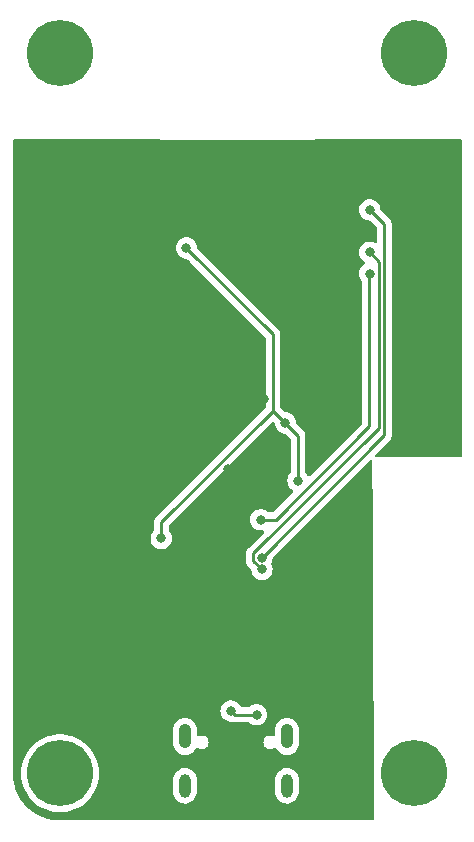
<source format=gbr>
%TF.GenerationSoftware,KiCad,Pcbnew,7.0.7*%
%TF.CreationDate,2023-08-28T22:10:07-07:00*%
%TF.ProjectId,Untitled,556e7469-746c-4656-942e-6b696361645f,rev?*%
%TF.SameCoordinates,Original*%
%TF.FileFunction,Copper,L2,Bot*%
%TF.FilePolarity,Positive*%
%FSLAX46Y46*%
G04 Gerber Fmt 4.6, Leading zero omitted, Abs format (unit mm)*
G04 Created by KiCad (PCBNEW 7.0.7) date 2023-08-28 22:10:07*
%MOMM*%
%LPD*%
G01*
G04 APERTURE LIST*
%TA.AperFunction,ComponentPad*%
%ADD10C,5.600000*%
%TD*%
%TA.AperFunction,ComponentPad*%
%ADD11O,1.050000X2.100000*%
%TD*%
%TA.AperFunction,ComponentPad*%
%ADD12O,1.000000X2.000000*%
%TD*%
%TA.AperFunction,ViaPad*%
%ADD13C,0.800000*%
%TD*%
%TA.AperFunction,Conductor*%
%ADD14C,0.250000*%
%TD*%
G04 APERTURE END LIST*
D10*
%TO.P,H1,1*%
%TO.N,N/C*%
X145000000Y-74000000D03*
%TD*%
%TO.P,H4,1*%
%TO.N,N/C*%
X175000000Y-135000000D03*
%TD*%
%TO.P,H2,1*%
%TO.N,N/C*%
X175000000Y-74000000D03*
%TD*%
D11*
%TO.P,J1,S1,SHELL_GND*%
%TO.N,Net-(J1-SHELL_GND-PadS1)*%
X155580000Y-131885000D03*
D12*
%TO.P,J1,S2,SHELL_GND*%
X155580000Y-136065000D03*
%TO.P,J1,S3,SHELL_GND*%
X164220000Y-136065000D03*
D11*
%TO.P,J1,S4,SHELL_GND*%
X164220000Y-131885000D03*
%TD*%
D10*
%TO.P,H3,1*%
%TO.N,N/C*%
X145000000Y-135000000D03*
%TD*%
D13*
%TO.N,VDD*%
X155702000Y-90525600D03*
X165150800Y-110224502D03*
X164084000Y-105347000D03*
X153568400Y-115112800D03*
%TO.N,GND*%
X152298400Y-112318800D03*
X159918400Y-125476000D03*
X168198800Y-82042000D03*
X155651200Y-91846400D03*
X163109401Y-130158999D03*
X169722800Y-119938800D03*
X152349200Y-126847600D03*
X160934400Y-121869200D03*
X164947600Y-96113600D03*
X166522400Y-107391200D03*
X155143200Y-121005600D03*
X167843200Y-118618000D03*
X164185600Y-103327200D03*
X151638000Y-83413600D03*
X168351200Y-86360000D03*
X159258000Y-109220000D03*
X162204400Y-125476000D03*
X147269200Y-117297200D03*
X157480000Y-125476000D03*
X162356800Y-107950000D03*
X162306000Y-103327200D03*
X171246800Y-84328000D03*
X160578800Y-103327200D03*
X158597600Y-103327200D03*
X156718000Y-129997200D03*
%TO.N,Net-(J1-CC2)*%
X159475500Y-129735500D03*
X161645600Y-130048000D03*
%TO.N,/SPICS*%
X162001200Y-113538000D03*
X171225000Y-92700000D03*
%TO.N,/SPICLK*%
X171225000Y-87300000D03*
X162102800Y-116738400D03*
%TO.N,/SPIMOSI*%
X171225000Y-90900000D03*
X162102800Y-117737903D03*
%TD*%
D14*
%TO.N,VDD*%
X163031000Y-104294000D02*
X153568400Y-113756600D01*
X155702000Y-90525600D02*
X163031000Y-97854600D01*
X165150800Y-110224502D02*
X165150800Y-106413800D01*
X163031000Y-97854600D02*
X163031000Y-104294000D01*
X165150800Y-106413800D02*
X164084000Y-105347000D01*
X153568400Y-113756600D02*
X153568400Y-115112800D01*
X163031000Y-104294000D02*
X164084000Y-105347000D01*
%TO.N,Net-(J1-CC2)*%
X159788000Y-130048000D02*
X159475500Y-129735500D01*
X161645600Y-130048000D02*
X159788000Y-130048000D01*
%TO.N,/SPICS*%
X171225000Y-92700000D02*
X171196000Y-92729000D01*
X163271200Y-113538000D02*
X162001200Y-113538000D01*
X171196000Y-92729000D02*
X171196000Y-105613200D01*
X171196000Y-105613200D02*
X163271200Y-113538000D01*
%TO.N,/SPICLK*%
X171225000Y-87300000D02*
X172466000Y-88541000D01*
X172466000Y-106375200D02*
X162102800Y-116738400D01*
X172466000Y-88541000D02*
X172466000Y-106375200D01*
%TO.N,/SPIMOSI*%
X172016000Y-91691000D02*
X171225000Y-90900000D01*
X172016000Y-105758400D02*
X172016000Y-91691000D01*
X162076998Y-117737903D02*
X161377800Y-117038705D01*
X162102800Y-117737903D02*
X162076998Y-117737903D01*
X161377800Y-117038705D02*
X161377800Y-116396600D01*
X161377800Y-116396600D02*
X172016000Y-105758400D01*
%TD*%
%TA.AperFunction,Conductor*%
%TO.N,GND*%
G36*
X178942406Y-81300755D02*
G01*
X178988228Y-81353500D01*
X178999500Y-81405156D01*
X178999500Y-108125551D01*
X178979815Y-108192590D01*
X178927011Y-108238345D01*
X178874739Y-108249549D01*
X171818130Y-108206257D01*
X171751213Y-108186161D01*
X171705783Y-108133078D01*
X171696264Y-108063859D01*
X171725678Y-108000483D01*
X171731182Y-107994607D01*
X172849788Y-106876001D01*
X172862042Y-106866186D01*
X172861859Y-106865964D01*
X172867866Y-106860992D01*
X172867877Y-106860986D01*
X172898775Y-106828082D01*
X172915227Y-106810564D01*
X172925671Y-106800118D01*
X172936120Y-106789671D01*
X172940379Y-106784178D01*
X172944152Y-106779761D01*
X172976062Y-106745782D01*
X172985715Y-106728220D01*
X172996389Y-106711970D01*
X173008673Y-106696136D01*
X173027180Y-106653367D01*
X173029749Y-106648124D01*
X173052196Y-106607293D01*
X173052197Y-106607292D01*
X173057177Y-106587891D01*
X173063478Y-106569488D01*
X173071438Y-106551096D01*
X173078730Y-106505049D01*
X173079911Y-106499352D01*
X173091500Y-106454219D01*
X173091500Y-106434174D01*
X173093025Y-106414791D01*
X173096160Y-106395004D01*
X173093567Y-106367572D01*
X173091775Y-106348615D01*
X173091500Y-106342777D01*
X173091500Y-88623742D01*
X173093224Y-88608122D01*
X173092939Y-88608096D01*
X173093671Y-88600340D01*
X173093673Y-88600333D01*
X173091500Y-88531185D01*
X173091500Y-88501650D01*
X173090631Y-88494772D01*
X173090172Y-88488943D01*
X173088709Y-88442372D01*
X173083122Y-88423144D01*
X173079174Y-88404084D01*
X173076663Y-88384204D01*
X173059512Y-88340887D01*
X173057619Y-88335358D01*
X173044618Y-88290609D01*
X173044616Y-88290606D01*
X173034423Y-88273371D01*
X173025861Y-88255894D01*
X173018487Y-88237270D01*
X173018486Y-88237268D01*
X172991079Y-88199545D01*
X172987888Y-88194686D01*
X172964172Y-88154583D01*
X172964165Y-88154574D01*
X172950006Y-88140415D01*
X172937368Y-88125619D01*
X172925594Y-88109413D01*
X172895057Y-88084151D01*
X172889688Y-88079709D01*
X172885376Y-88075786D01*
X172163960Y-87354369D01*
X172130475Y-87293046D01*
X172128323Y-87279668D01*
X172110674Y-87111744D01*
X172052179Y-86931716D01*
X171957533Y-86767784D01*
X171830871Y-86627112D01*
X171830870Y-86627111D01*
X171677734Y-86515851D01*
X171677729Y-86515848D01*
X171504807Y-86438857D01*
X171504802Y-86438855D01*
X171359001Y-86407865D01*
X171319646Y-86399500D01*
X171130354Y-86399500D01*
X171097897Y-86406398D01*
X170945197Y-86438855D01*
X170945192Y-86438857D01*
X170772270Y-86515848D01*
X170772265Y-86515851D01*
X170619129Y-86627111D01*
X170492466Y-86767785D01*
X170397821Y-86931715D01*
X170397818Y-86931722D01*
X170339327Y-87111740D01*
X170339326Y-87111744D01*
X170319540Y-87300000D01*
X170339326Y-87488256D01*
X170339327Y-87488259D01*
X170397818Y-87668277D01*
X170397821Y-87668284D01*
X170492467Y-87832216D01*
X170619128Y-87972887D01*
X170619129Y-87972888D01*
X170772265Y-88084148D01*
X170772270Y-88084151D01*
X170945192Y-88161142D01*
X170945197Y-88161144D01*
X171130354Y-88200500D01*
X171189548Y-88200500D01*
X171256587Y-88220185D01*
X171277229Y-88236819D01*
X171804181Y-88763771D01*
X171837666Y-88825094D01*
X171840500Y-88851452D01*
X171840500Y-89997375D01*
X171820815Y-90064414D01*
X171768011Y-90110169D01*
X171698853Y-90120113D01*
X171666064Y-90110654D01*
X171504807Y-90038857D01*
X171504802Y-90038855D01*
X171359000Y-90007865D01*
X171319646Y-89999500D01*
X171130354Y-89999500D01*
X171097897Y-90006398D01*
X170945197Y-90038855D01*
X170945192Y-90038857D01*
X170772270Y-90115848D01*
X170772265Y-90115851D01*
X170619129Y-90227111D01*
X170492466Y-90367785D01*
X170397821Y-90531715D01*
X170397818Y-90531722D01*
X170339327Y-90711740D01*
X170339326Y-90711744D01*
X170319540Y-90900000D01*
X170339326Y-91088256D01*
X170339327Y-91088259D01*
X170397818Y-91268277D01*
X170397821Y-91268284D01*
X170492467Y-91432216D01*
X170619128Y-91572887D01*
X170619129Y-91572888D01*
X170772265Y-91684148D01*
X170772267Y-91684149D01*
X170772270Y-91684151D01*
X170778043Y-91686721D01*
X170831280Y-91731972D01*
X170851600Y-91798822D01*
X170832554Y-91866045D01*
X170780187Y-91912300D01*
X170778072Y-91913265D01*
X170775151Y-91914566D01*
X170772267Y-91915850D01*
X170772265Y-91915851D01*
X170619129Y-92027111D01*
X170492466Y-92167785D01*
X170397821Y-92331715D01*
X170397818Y-92331722D01*
X170339327Y-92511740D01*
X170339326Y-92511744D01*
X170319540Y-92700000D01*
X170339326Y-92888256D01*
X170339327Y-92888259D01*
X170397818Y-93068277D01*
X170397821Y-93068284D01*
X170492467Y-93232216D01*
X170538650Y-93283507D01*
X170568880Y-93346498D01*
X170570500Y-93366479D01*
X170570500Y-105302746D01*
X170550815Y-105369785D01*
X170534181Y-105390427D01*
X166125340Y-109799267D01*
X166064017Y-109832752D01*
X165994325Y-109827768D01*
X165938392Y-109785896D01*
X165930272Y-109773586D01*
X165908152Y-109735275D01*
X165883333Y-109692286D01*
X165844822Y-109649515D01*
X165808150Y-109608786D01*
X165777920Y-109545794D01*
X165776300Y-109525814D01*
X165776300Y-106496542D01*
X165778024Y-106480922D01*
X165777739Y-106480896D01*
X165778471Y-106473140D01*
X165778473Y-106473133D01*
X165776300Y-106403985D01*
X165776300Y-106374450D01*
X165775431Y-106367572D01*
X165774972Y-106361743D01*
X165773509Y-106315172D01*
X165767922Y-106295944D01*
X165763974Y-106276884D01*
X165761463Y-106257004D01*
X165744312Y-106213687D01*
X165742419Y-106208158D01*
X165729418Y-106163409D01*
X165729416Y-106163406D01*
X165719223Y-106146171D01*
X165710661Y-106128694D01*
X165703287Y-106110070D01*
X165703286Y-106110068D01*
X165675879Y-106072345D01*
X165672688Y-106067486D01*
X165648972Y-106027383D01*
X165648965Y-106027374D01*
X165634806Y-106013215D01*
X165622168Y-105998419D01*
X165610394Y-105982213D01*
X165574488Y-105952509D01*
X165570176Y-105948586D01*
X165022960Y-105401369D01*
X164989475Y-105340046D01*
X164987323Y-105326668D01*
X164969674Y-105158744D01*
X164911179Y-104978716D01*
X164816533Y-104814784D01*
X164689871Y-104674112D01*
X164689870Y-104674111D01*
X164536734Y-104562851D01*
X164536729Y-104562848D01*
X164363807Y-104485857D01*
X164363802Y-104485855D01*
X164218000Y-104454865D01*
X164178646Y-104446500D01*
X164178645Y-104446500D01*
X164119452Y-104446500D01*
X164052413Y-104426815D01*
X164031771Y-104410181D01*
X163692819Y-104071228D01*
X163659334Y-104009905D01*
X163656500Y-103983547D01*
X163656500Y-97937337D01*
X163658224Y-97921723D01*
X163657938Y-97921696D01*
X163658672Y-97913933D01*
X163656500Y-97844803D01*
X163656500Y-97815251D01*
X163656500Y-97815250D01*
X163655629Y-97808359D01*
X163655172Y-97802545D01*
X163653709Y-97755972D01*
X163648122Y-97736744D01*
X163644174Y-97717684D01*
X163641664Y-97697808D01*
X163624507Y-97654475D01*
X163622619Y-97648959D01*
X163609619Y-97604212D01*
X163599418Y-97586963D01*
X163590860Y-97569494D01*
X163583486Y-97550868D01*
X163583483Y-97550864D01*
X163583483Y-97550863D01*
X163556098Y-97513171D01*
X163552890Y-97508287D01*
X163529172Y-97468182D01*
X163529163Y-97468171D01*
X163515005Y-97454013D01*
X163502370Y-97439220D01*
X163490593Y-97423012D01*
X163454693Y-97393313D01*
X163450381Y-97389390D01*
X156640960Y-90579969D01*
X156607475Y-90518646D01*
X156605323Y-90505268D01*
X156587674Y-90337344D01*
X156529179Y-90157316D01*
X156434533Y-89993384D01*
X156307871Y-89852712D01*
X156307870Y-89852711D01*
X156154734Y-89741451D01*
X156154729Y-89741448D01*
X155981807Y-89664457D01*
X155981802Y-89664455D01*
X155836000Y-89633465D01*
X155796646Y-89625100D01*
X155607354Y-89625100D01*
X155574897Y-89631998D01*
X155422197Y-89664455D01*
X155422192Y-89664457D01*
X155249270Y-89741448D01*
X155249265Y-89741451D01*
X155096129Y-89852711D01*
X154969466Y-89993385D01*
X154874821Y-90157315D01*
X154874818Y-90157322D01*
X154816327Y-90337340D01*
X154816326Y-90337344D01*
X154796540Y-90525600D01*
X154816326Y-90713856D01*
X154816327Y-90713859D01*
X154874818Y-90893877D01*
X154874821Y-90893884D01*
X154969467Y-91057816D01*
X155096128Y-91198487D01*
X155096129Y-91198488D01*
X155249265Y-91309748D01*
X155249270Y-91309751D01*
X155422192Y-91386742D01*
X155422197Y-91386744D01*
X155607354Y-91426100D01*
X155666548Y-91426100D01*
X155733587Y-91445785D01*
X155754229Y-91462419D01*
X162369181Y-98077371D01*
X162402666Y-98138694D01*
X162405500Y-98165052D01*
X162405500Y-103983546D01*
X162385815Y-104050585D01*
X162369181Y-104071227D01*
X153184608Y-113255799D01*
X153172351Y-113265620D01*
X153172534Y-113265841D01*
X153166523Y-113270813D01*
X153119172Y-113321236D01*
X153098289Y-113342119D01*
X153098277Y-113342132D01*
X153094021Y-113347617D01*
X153090237Y-113352047D01*
X153058337Y-113386018D01*
X153058336Y-113386020D01*
X153048684Y-113403576D01*
X153038010Y-113419826D01*
X153025729Y-113435661D01*
X153025724Y-113435668D01*
X153007215Y-113478438D01*
X153004645Y-113483684D01*
X152982203Y-113524506D01*
X152977222Y-113543907D01*
X152970921Y-113562310D01*
X152962962Y-113580702D01*
X152962961Y-113580705D01*
X152955671Y-113626727D01*
X152954487Y-113632446D01*
X152942901Y-113677572D01*
X152942900Y-113677582D01*
X152942900Y-113697616D01*
X152941373Y-113717015D01*
X152938240Y-113736794D01*
X152938240Y-113736795D01*
X152942625Y-113783183D01*
X152942900Y-113789021D01*
X152942900Y-114414112D01*
X152923215Y-114481151D01*
X152911050Y-114497084D01*
X152835866Y-114580584D01*
X152741221Y-114744515D01*
X152741218Y-114744522D01*
X152682727Y-114924540D01*
X152682726Y-114924544D01*
X152662940Y-115112800D01*
X152682726Y-115301056D01*
X152682727Y-115301059D01*
X152741218Y-115481077D01*
X152741221Y-115481084D01*
X152835867Y-115645016D01*
X152962528Y-115785687D01*
X152962529Y-115785688D01*
X153115665Y-115896948D01*
X153115670Y-115896951D01*
X153288592Y-115973942D01*
X153288597Y-115973944D01*
X153473754Y-116013300D01*
X153473755Y-116013300D01*
X153663044Y-116013300D01*
X153663046Y-116013300D01*
X153848203Y-115973944D01*
X154021130Y-115896951D01*
X154174271Y-115785688D01*
X154300933Y-115645016D01*
X154395579Y-115481084D01*
X154454074Y-115301056D01*
X154473860Y-115112800D01*
X154454074Y-114924544D01*
X154395579Y-114744516D01*
X154300933Y-114580584D01*
X154225750Y-114497084D01*
X154195520Y-114434092D01*
X154193900Y-114414112D01*
X154193900Y-114067052D01*
X154213585Y-114000013D01*
X154230219Y-113979371D01*
X158517304Y-109692286D01*
X162943320Y-105266269D01*
X163004641Y-105232786D01*
X163074333Y-105237770D01*
X163118680Y-105266271D01*
X163145039Y-105292630D01*
X163178524Y-105353953D01*
X163180678Y-105367343D01*
X163198326Y-105535256D01*
X163198327Y-105535259D01*
X163256818Y-105715277D01*
X163256821Y-105715284D01*
X163351467Y-105879216D01*
X163444206Y-105982213D01*
X163478129Y-106019888D01*
X163631265Y-106131148D01*
X163631270Y-106131151D01*
X163804192Y-106208142D01*
X163804197Y-106208144D01*
X163989354Y-106247500D01*
X164048548Y-106247500D01*
X164115587Y-106267185D01*
X164136229Y-106283819D01*
X164488982Y-106636572D01*
X164522466Y-106697893D01*
X164525300Y-106724251D01*
X164525300Y-109525814D01*
X164505615Y-109592853D01*
X164493450Y-109608786D01*
X164418266Y-109692286D01*
X164323621Y-109856217D01*
X164323618Y-109856224D01*
X164265127Y-110036242D01*
X164265126Y-110036246D01*
X164245340Y-110224502D01*
X164265126Y-110412758D01*
X164265127Y-110412761D01*
X164323618Y-110592779D01*
X164323621Y-110592786D01*
X164418267Y-110756718D01*
X164544928Y-110897389D01*
X164544929Y-110897390D01*
X164703327Y-111012473D01*
X164702273Y-111013922D01*
X164744460Y-111058152D01*
X164757695Y-111126757D01*
X164731738Y-111191626D01*
X164721935Y-111202672D01*
X163048428Y-112876181D01*
X162987105Y-112909666D01*
X162960747Y-112912500D01*
X162704948Y-112912500D01*
X162637909Y-112892815D01*
X162612800Y-112871474D01*
X162607073Y-112865114D01*
X162607069Y-112865110D01*
X162453934Y-112753851D01*
X162453929Y-112753848D01*
X162281007Y-112676857D01*
X162281002Y-112676855D01*
X162135200Y-112645865D01*
X162095846Y-112637500D01*
X161906554Y-112637500D01*
X161874097Y-112644398D01*
X161721397Y-112676855D01*
X161721392Y-112676857D01*
X161548470Y-112753848D01*
X161548465Y-112753851D01*
X161395329Y-112865111D01*
X161268666Y-113005785D01*
X161174021Y-113169715D01*
X161174018Y-113169722D01*
X161118000Y-113342129D01*
X161115526Y-113349744D01*
X161095740Y-113538000D01*
X161115526Y-113726256D01*
X161115527Y-113726259D01*
X161174018Y-113906277D01*
X161174021Y-113906284D01*
X161268667Y-114070216D01*
X161352661Y-114163500D01*
X161395329Y-114210888D01*
X161548465Y-114322148D01*
X161548470Y-114322151D01*
X161721392Y-114399142D01*
X161721397Y-114399144D01*
X161906554Y-114438500D01*
X161906555Y-114438500D01*
X162095844Y-114438500D01*
X162095846Y-114438500D01*
X162137792Y-114429584D01*
X162207458Y-114434900D01*
X162263192Y-114477037D01*
X162287297Y-114542617D01*
X162272120Y-114610818D01*
X162251253Y-114638555D01*
X160994008Y-115895799D01*
X160981751Y-115905620D01*
X160981934Y-115905841D01*
X160975923Y-115910813D01*
X160928572Y-115961236D01*
X160907689Y-115982118D01*
X160907677Y-115982132D01*
X160903421Y-115987617D01*
X160899637Y-115992047D01*
X160867737Y-116026018D01*
X160867736Y-116026020D01*
X160858084Y-116043576D01*
X160847410Y-116059826D01*
X160835129Y-116075661D01*
X160835124Y-116075668D01*
X160816615Y-116118438D01*
X160814045Y-116123684D01*
X160791603Y-116164506D01*
X160786622Y-116183907D01*
X160780321Y-116202310D01*
X160772362Y-116220702D01*
X160772361Y-116220705D01*
X160765071Y-116266727D01*
X160763887Y-116272446D01*
X160752301Y-116317572D01*
X160752300Y-116317582D01*
X160752300Y-116337616D01*
X160750773Y-116357015D01*
X160747640Y-116376794D01*
X160747640Y-116376795D01*
X160752025Y-116423183D01*
X160752300Y-116429021D01*
X160752300Y-116955960D01*
X160750575Y-116971577D01*
X160750861Y-116971604D01*
X160750126Y-116979370D01*
X160752300Y-117048519D01*
X160752300Y-117078048D01*
X160752301Y-117078065D01*
X160753168Y-117084936D01*
X160753626Y-117090755D01*
X160755090Y-117137329D01*
X160755091Y-117137332D01*
X160760680Y-117156572D01*
X160764624Y-117175616D01*
X160767136Y-117195497D01*
X160784290Y-117238824D01*
X160786182Y-117244352D01*
X160799182Y-117289095D01*
X160805720Y-117300151D01*
X160809380Y-117306339D01*
X160817938Y-117323808D01*
X160825314Y-117342437D01*
X160852698Y-117380128D01*
X160855906Y-117385012D01*
X160879627Y-117425121D01*
X160879633Y-117425129D01*
X160893790Y-117439285D01*
X160906428Y-117454081D01*
X160918205Y-117470291D01*
X160918206Y-117470292D01*
X160954109Y-117499993D01*
X160958420Y-117503915D01*
X161166868Y-117712363D01*
X161166869Y-117712364D01*
X161200354Y-117773687D01*
X161202508Y-117787078D01*
X161217126Y-117926159D01*
X161217127Y-117926162D01*
X161275618Y-118106180D01*
X161275621Y-118106187D01*
X161370267Y-118270119D01*
X161496928Y-118410791D01*
X161496929Y-118410791D01*
X161650065Y-118522051D01*
X161650070Y-118522054D01*
X161822992Y-118599045D01*
X161822997Y-118599047D01*
X162008154Y-118638403D01*
X162008155Y-118638403D01*
X162197444Y-118638403D01*
X162197446Y-118638403D01*
X162382603Y-118599047D01*
X162555530Y-118522054D01*
X162708671Y-118410791D01*
X162835333Y-118270119D01*
X162929979Y-118106187D01*
X162988474Y-117926159D01*
X163008260Y-117737903D01*
X162988474Y-117549647D01*
X162929979Y-117369619D01*
X162889870Y-117300148D01*
X162873398Y-117232251D01*
X162889869Y-117176155D01*
X162929979Y-117106684D01*
X162988474Y-116926656D01*
X163006121Y-116758745D01*
X163032705Y-116694132D01*
X163041752Y-116684036D01*
X171240125Y-108485664D01*
X171301444Y-108452182D01*
X171371136Y-108457166D01*
X171427069Y-108499038D01*
X171451486Y-108564502D01*
X171451801Y-108572742D01*
X171474999Y-113320668D01*
X171474999Y-121724999D01*
X171480195Y-121730195D01*
X171513680Y-121791518D01*
X171516513Y-121817270D01*
X171584738Y-135780361D01*
X171599627Y-138827761D01*
X171599858Y-138874894D01*
X171580501Y-138942029D01*
X171527921Y-138988041D01*
X171475859Y-138999500D01*
X145001440Y-138999500D01*
X144998576Y-138999434D01*
X144827238Y-138991512D01*
X144627459Y-138981697D01*
X144621933Y-138981177D01*
X144436689Y-138955337D01*
X144250189Y-138927672D01*
X144245090Y-138926696D01*
X144060654Y-138883317D01*
X143879812Y-138838018D01*
X143875173Y-138836662D01*
X143694459Y-138776093D01*
X143519685Y-138713558D01*
X143515527Y-138711899D01*
X143340547Y-138634638D01*
X143173034Y-138555410D01*
X143169371Y-138553527D01*
X143001857Y-138460221D01*
X142843044Y-138365032D01*
X142839879Y-138363002D01*
X142730371Y-138287989D01*
X142681392Y-138254437D01*
X142532632Y-138144109D01*
X142529989Y-138142034D01*
X142381980Y-138019129D01*
X142244688Y-137894695D01*
X142242484Y-137892596D01*
X142107402Y-137757514D01*
X142105314Y-137755321D01*
X141980876Y-137618027D01*
X141857957Y-137470001D01*
X141855897Y-137467377D01*
X141745559Y-137318603D01*
X141636996Y-137160119D01*
X141634966Y-137156954D01*
X141539778Y-136998142D01*
X141512261Y-136948740D01*
X141446457Y-136830601D01*
X141444588Y-136826964D01*
X141368808Y-136666741D01*
X141365370Y-136659474D01*
X141288100Y-136484471D01*
X141286450Y-136480339D01*
X141223916Y-136305568D01*
X141163327Y-136124797D01*
X141161989Y-136120221D01*
X141116675Y-135939315D01*
X141111402Y-135916895D01*
X141073294Y-135754871D01*
X141072329Y-135749828D01*
X141044668Y-135563357D01*
X141018819Y-135378048D01*
X141018302Y-135372549D01*
X141008495Y-135172950D01*
X141000566Y-135001423D01*
X141000533Y-135000000D01*
X141694652Y-135000000D01*
X141708962Y-135263942D01*
X141714028Y-135357368D01*
X141714029Y-135357385D01*
X141771926Y-135710539D01*
X141771932Y-135710565D01*
X141867672Y-136055392D01*
X141867674Y-136055399D01*
X142000142Y-136387870D01*
X142000151Y-136387888D01*
X142167784Y-136704077D01*
X142167787Y-136704082D01*
X142167789Y-136704085D01*
X142367164Y-136998142D01*
X142368634Y-137000309D01*
X142368641Y-137000319D01*
X142504377Y-137160119D01*
X142600332Y-137273086D01*
X142860163Y-137519211D01*
X143145081Y-137735800D01*
X143451747Y-137920315D01*
X143451749Y-137920316D01*
X143451751Y-137920317D01*
X143451755Y-137920319D01*
X143776552Y-138070585D01*
X143776565Y-138070591D01*
X144115726Y-138184868D01*
X144465254Y-138261805D01*
X144821052Y-138300500D01*
X144821058Y-138300500D01*
X145178942Y-138300500D01*
X145178948Y-138300500D01*
X145534746Y-138261805D01*
X145884274Y-138184868D01*
X146223435Y-138070591D01*
X146548253Y-137920315D01*
X146854919Y-137735800D01*
X147139837Y-137519211D01*
X147399668Y-137273086D01*
X147631365Y-137000311D01*
X147832211Y-136704085D01*
X147879047Y-136615743D01*
X154579500Y-136615743D01*
X154594925Y-136767439D01*
X154655837Y-136961579D01*
X154655844Y-136961594D01*
X154754589Y-137139499D01*
X154754592Y-137139504D01*
X154887132Y-137293893D01*
X154887134Y-137293895D01*
X155048037Y-137418445D01*
X155048038Y-137418445D01*
X155048042Y-137418448D01*
X155230729Y-137508060D01*
X155427715Y-137559063D01*
X155630936Y-137569369D01*
X155832071Y-137538556D01*
X156022887Y-137467886D01*
X156195571Y-137360252D01*
X156343053Y-137220059D01*
X156459295Y-137053049D01*
X156539540Y-136866058D01*
X156580500Y-136666741D01*
X156580500Y-136615743D01*
X163219500Y-136615743D01*
X163234925Y-136767439D01*
X163295837Y-136961579D01*
X163295844Y-136961594D01*
X163394589Y-137139499D01*
X163394592Y-137139504D01*
X163527132Y-137293893D01*
X163527134Y-137293895D01*
X163688037Y-137418445D01*
X163688038Y-137418445D01*
X163688042Y-137418448D01*
X163870729Y-137508060D01*
X164067715Y-137559063D01*
X164270936Y-137569369D01*
X164472071Y-137538556D01*
X164662887Y-137467886D01*
X164835571Y-137360252D01*
X164983053Y-137220059D01*
X165099295Y-137053049D01*
X165179540Y-136866058D01*
X165220500Y-136666741D01*
X165220500Y-135514258D01*
X165205732Y-135369027D01*
X165205074Y-135362560D01*
X165144162Y-135168420D01*
X165144160Y-135168416D01*
X165144159Y-135168412D01*
X165045409Y-134990498D01*
X165045408Y-134990497D01*
X165045407Y-134990495D01*
X164912867Y-134836106D01*
X164912865Y-134836104D01*
X164751962Y-134711554D01*
X164751959Y-134711553D01*
X164751958Y-134711552D01*
X164569271Y-134621940D01*
X164372285Y-134570937D01*
X164372287Y-134570937D01*
X164236804Y-134564066D01*
X164169064Y-134560631D01*
X164169063Y-134560631D01*
X164169061Y-134560631D01*
X163967936Y-134591442D01*
X163967924Y-134591445D01*
X163777118Y-134662111D01*
X163777111Y-134662115D01*
X163604432Y-134769745D01*
X163604427Y-134769749D01*
X163456949Y-134909938D01*
X163456948Y-134909940D01*
X163340705Y-135076949D01*
X163260459Y-135263943D01*
X163219500Y-135463258D01*
X163219500Y-136615743D01*
X156580500Y-136615743D01*
X156580500Y-135514258D01*
X156565732Y-135369027D01*
X156565074Y-135362560D01*
X156504162Y-135168420D01*
X156504160Y-135168416D01*
X156504159Y-135168412D01*
X156405409Y-134990498D01*
X156405408Y-134990497D01*
X156405407Y-134990495D01*
X156272867Y-134836106D01*
X156272865Y-134836104D01*
X156111962Y-134711554D01*
X156111959Y-134711553D01*
X156111958Y-134711552D01*
X155929271Y-134621940D01*
X155732285Y-134570937D01*
X155732287Y-134570937D01*
X155596804Y-134564066D01*
X155529064Y-134560631D01*
X155529063Y-134560631D01*
X155529061Y-134560631D01*
X155327936Y-134591442D01*
X155327924Y-134591445D01*
X155137118Y-134662111D01*
X155137111Y-134662115D01*
X154964432Y-134769745D01*
X154964427Y-134769749D01*
X154816949Y-134909938D01*
X154816948Y-134909940D01*
X154700705Y-135076949D01*
X154620459Y-135263943D01*
X154579500Y-135463258D01*
X154579500Y-136615743D01*
X147879047Y-136615743D01*
X147999853Y-136387880D01*
X148132324Y-136055403D01*
X148228071Y-135710552D01*
X148268613Y-135463258D01*
X148285970Y-135357385D01*
X148285970Y-135357382D01*
X148285972Y-135357371D01*
X148305348Y-135000000D01*
X148285972Y-134642629D01*
X148282580Y-134621940D01*
X148228073Y-134289460D01*
X148228072Y-134289459D01*
X148228071Y-134289448D01*
X148132324Y-133944597D01*
X147999853Y-133612120D01*
X147898348Y-133420662D01*
X147832215Y-133295922D01*
X147832213Y-133295919D01*
X147832211Y-133295915D01*
X147631365Y-132999689D01*
X147631361Y-132999684D01*
X147631358Y-132999680D01*
X147399668Y-132726914D01*
X147345105Y-132675229D01*
X147139837Y-132480789D01*
X147139830Y-132480783D01*
X147139827Y-132480781D01*
X147112990Y-132460380D01*
X154554500Y-132460380D01*
X154556510Y-132480789D01*
X154569337Y-132611031D01*
X154627978Y-132804345D01*
X154723198Y-132982488D01*
X154723203Y-132982495D01*
X154851352Y-133138647D01*
X154960016Y-133227824D01*
X155007506Y-133266798D01*
X155007509Y-133266799D01*
X155007511Y-133266801D01*
X155185654Y-133362021D01*
X155185656Y-133362021D01*
X155185659Y-133362023D01*
X155378967Y-133420662D01*
X155580000Y-133440462D01*
X155781033Y-133420662D01*
X155974341Y-133362023D01*
X156152494Y-133266798D01*
X156308647Y-133138647D01*
X156436798Y-132982494D01*
X156486138Y-132890184D01*
X156535100Y-132840342D01*
X156603237Y-132824881D01*
X156668917Y-132848712D01*
X156670905Y-132850205D01*
X156719767Y-132887698D01*
X156719769Y-132887699D01*
X156740270Y-132896190D01*
X156859764Y-132945687D01*
X156972280Y-132960500D01*
X156972287Y-132960500D01*
X157047713Y-132960500D01*
X157047720Y-132960500D01*
X157160236Y-132945687D01*
X157300233Y-132887698D01*
X157420451Y-132795451D01*
X157512698Y-132675233D01*
X157570687Y-132535236D01*
X157590466Y-132385000D01*
X162209534Y-132385000D01*
X162229312Y-132535234D01*
X162229313Y-132535236D01*
X162260708Y-132611031D01*
X162287302Y-132675233D01*
X162379549Y-132795451D01*
X162499767Y-132887698D01*
X162639764Y-132945687D01*
X162752280Y-132960500D01*
X162752287Y-132960500D01*
X162827713Y-132960500D01*
X162827720Y-132960500D01*
X162940236Y-132945687D01*
X163080233Y-132887698D01*
X163129017Y-132850263D01*
X163194183Y-132825069D01*
X163262628Y-132839106D01*
X163312619Y-132887919D01*
X163313861Y-132890185D01*
X163363200Y-132982492D01*
X163363203Y-132982495D01*
X163491352Y-133138647D01*
X163600016Y-133227824D01*
X163647506Y-133266798D01*
X163647509Y-133266799D01*
X163647511Y-133266801D01*
X163825654Y-133362021D01*
X163825656Y-133362021D01*
X163825659Y-133362023D01*
X164018967Y-133420662D01*
X164220000Y-133440462D01*
X164421033Y-133420662D01*
X164614341Y-133362023D01*
X164792494Y-133266798D01*
X164948647Y-133138647D01*
X165076798Y-132982494D01*
X165172023Y-132804341D01*
X165230662Y-132611033D01*
X165245500Y-132460380D01*
X165245500Y-131309620D01*
X165230662Y-131158967D01*
X165172023Y-130965659D01*
X165172021Y-130965656D01*
X165172021Y-130965654D01*
X165076801Y-130787511D01*
X165076799Y-130787509D01*
X165076798Y-130787506D01*
X164999391Y-130693185D01*
X164948647Y-130631352D01*
X164792495Y-130503203D01*
X164792488Y-130503198D01*
X164614345Y-130407978D01*
X164421031Y-130349337D01*
X164220000Y-130329538D01*
X164018968Y-130349337D01*
X163825654Y-130407978D01*
X163647511Y-130503198D01*
X163647504Y-130503203D01*
X163491352Y-130631352D01*
X163363203Y-130787504D01*
X163363198Y-130787511D01*
X163267978Y-130965654D01*
X163209337Y-131158968D01*
X163194500Y-131309623D01*
X163194500Y-131744053D01*
X163174815Y-131811092D01*
X163122011Y-131856847D01*
X163052853Y-131866791D01*
X163023048Y-131858614D01*
X162940239Y-131824314D01*
X162940237Y-131824313D01*
X162940236Y-131824313D01*
X162926171Y-131822461D01*
X162827727Y-131809500D01*
X162827720Y-131809500D01*
X162752280Y-131809500D01*
X162752272Y-131809500D01*
X162639764Y-131824313D01*
X162639763Y-131824313D01*
X162499770Y-131882300D01*
X162379549Y-131974549D01*
X162287300Y-132094770D01*
X162229313Y-132234763D01*
X162229312Y-132234765D01*
X162209534Y-132384999D01*
X162209534Y-132385000D01*
X157590466Y-132385000D01*
X157570687Y-132234764D01*
X157512698Y-132094767D01*
X157420451Y-131974549D01*
X157300233Y-131882302D01*
X157300229Y-131882300D01*
X157236801Y-131856027D01*
X157160236Y-131824313D01*
X157146171Y-131822461D01*
X157047727Y-131809500D01*
X157047720Y-131809500D01*
X156972280Y-131809500D01*
X156972272Y-131809500D01*
X156859764Y-131824313D01*
X156859760Y-131824314D01*
X156776952Y-131858614D01*
X156707483Y-131866083D01*
X156645004Y-131834807D01*
X156609352Y-131774718D01*
X156605500Y-131744053D01*
X156605500Y-131309623D01*
X156590662Y-131158968D01*
X156532021Y-130965654D01*
X156436801Y-130787511D01*
X156436799Y-130787509D01*
X156436798Y-130787506D01*
X156359391Y-130693185D01*
X156308647Y-130631352D01*
X156152495Y-130503203D01*
X156152488Y-130503198D01*
X155974345Y-130407978D01*
X155781031Y-130349337D01*
X155580000Y-130329538D01*
X155378968Y-130349337D01*
X155185654Y-130407978D01*
X155007511Y-130503198D01*
X155007504Y-130503203D01*
X154851352Y-130631352D01*
X154723203Y-130787504D01*
X154723198Y-130787511D01*
X154627978Y-130965654D01*
X154569337Y-131158968D01*
X154558162Y-131272433D01*
X154554500Y-131309620D01*
X154554500Y-132460380D01*
X147112990Y-132460380D01*
X147072245Y-132429407D01*
X146854919Y-132264200D01*
X146548253Y-132079685D01*
X146548252Y-132079684D01*
X146548248Y-132079682D01*
X146548244Y-132079680D01*
X146223447Y-131929414D01*
X146223441Y-131929411D01*
X146223435Y-131929409D01*
X146013324Y-131858614D01*
X145884273Y-131815131D01*
X145534744Y-131738194D01*
X145178949Y-131699500D01*
X145178948Y-131699500D01*
X144821052Y-131699500D01*
X144821050Y-131699500D01*
X144465255Y-131738194D01*
X144115726Y-131815131D01*
X143916373Y-131882302D01*
X143776565Y-131929409D01*
X143776562Y-131929410D01*
X143776563Y-131929410D01*
X143776552Y-131929414D01*
X143451755Y-132079680D01*
X143451751Y-132079682D01*
X143223367Y-132217096D01*
X143145081Y-132264200D01*
X143056768Y-132331333D01*
X142860172Y-132480781D01*
X142860163Y-132480789D01*
X142600331Y-132726914D01*
X142368641Y-132999680D01*
X142368634Y-132999690D01*
X142167790Y-133295913D01*
X142167784Y-133295922D01*
X142000151Y-133612111D01*
X142000142Y-133612129D01*
X141867674Y-133944600D01*
X141867672Y-133944607D01*
X141771932Y-134289434D01*
X141771926Y-134289460D01*
X141714029Y-134642614D01*
X141714028Y-134642627D01*
X141714028Y-134642629D01*
X141694652Y-135000000D01*
X141000533Y-135000000D01*
X141000500Y-134998560D01*
X141000500Y-129735500D01*
X158570040Y-129735500D01*
X158589826Y-129923756D01*
X158589827Y-129923759D01*
X158648318Y-130103777D01*
X158648321Y-130103784D01*
X158742967Y-130267716D01*
X158798632Y-130329538D01*
X158869629Y-130408388D01*
X159022765Y-130519648D01*
X159022770Y-130519651D01*
X159195692Y-130596642D01*
X159195697Y-130596644D01*
X159380854Y-130636000D01*
X159546129Y-130636000D01*
X159595370Y-130646196D01*
X159612105Y-130653438D01*
X159658129Y-130660726D01*
X159663832Y-130661907D01*
X159708981Y-130673500D01*
X159729016Y-130673500D01*
X159748413Y-130675026D01*
X159768196Y-130678160D01*
X159814583Y-130673775D01*
X159820422Y-130673500D01*
X160941852Y-130673500D01*
X161008891Y-130693185D01*
X161034000Y-130714526D01*
X161039726Y-130720885D01*
X161039730Y-130720889D01*
X161192865Y-130832148D01*
X161192870Y-130832151D01*
X161365792Y-130909142D01*
X161365797Y-130909144D01*
X161550954Y-130948500D01*
X161550955Y-130948500D01*
X161740244Y-130948500D01*
X161740246Y-130948500D01*
X161925403Y-130909144D01*
X162098330Y-130832151D01*
X162251471Y-130720888D01*
X162378133Y-130580216D01*
X162472779Y-130416284D01*
X162531274Y-130236256D01*
X162551060Y-130048000D01*
X162531274Y-129859744D01*
X162472779Y-129679716D01*
X162378133Y-129515784D01*
X162251471Y-129375112D01*
X162251470Y-129375111D01*
X162098334Y-129263851D01*
X162098329Y-129263848D01*
X161925407Y-129186857D01*
X161925402Y-129186855D01*
X161779601Y-129155865D01*
X161740246Y-129147500D01*
X161550954Y-129147500D01*
X161518497Y-129154398D01*
X161365797Y-129186855D01*
X161365792Y-129186857D01*
X161192870Y-129263848D01*
X161192865Y-129263851D01*
X161039730Y-129375110D01*
X161039726Y-129375114D01*
X161034000Y-129381474D01*
X160974513Y-129418121D01*
X160941852Y-129422500D01*
X160406188Y-129422500D01*
X160339149Y-129402815D01*
X160298801Y-129360499D01*
X160208036Y-129203288D01*
X160208034Y-129203285D01*
X160081370Y-129062611D01*
X159928234Y-128951351D01*
X159928229Y-128951348D01*
X159755307Y-128874357D01*
X159755302Y-128874355D01*
X159609500Y-128843365D01*
X159570146Y-128835000D01*
X159380854Y-128835000D01*
X159348397Y-128841898D01*
X159195697Y-128874355D01*
X159195692Y-128874357D01*
X159022770Y-128951348D01*
X159022765Y-128951351D01*
X158869629Y-129062611D01*
X158742966Y-129203285D01*
X158648321Y-129367215D01*
X158648318Y-129367222D01*
X158589827Y-129547240D01*
X158589826Y-129547244D01*
X158570040Y-129735500D01*
X141000500Y-129735500D01*
X141000500Y-81453432D01*
X141020185Y-81386393D01*
X141072989Y-81340638D01*
X141124336Y-81329432D01*
X153375844Y-81313765D01*
X153442906Y-81333364D01*
X153488728Y-81386109D01*
X153496437Y-81421437D01*
X153500000Y-81425000D01*
X166499999Y-81425000D01*
X166500000Y-81425000D01*
X166500000Y-81420823D01*
X166519685Y-81353784D01*
X166572489Y-81308029D01*
X166623834Y-81296824D01*
X178875345Y-81281157D01*
X178942406Y-81300755D01*
G37*
%TD.AperFunction*%
%TD*%
M02*

</source>
